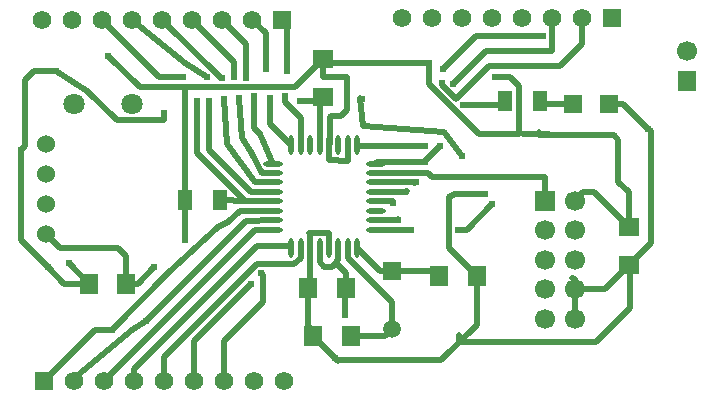
<source format=gtl>
G04 Layer: TopLayer*
G04 EasyEDA v6.5.22, 2023-04-01 07:59:08*
G04 7fe897ac635649ec9317f66c388b8081,f086b915ab1b43d4b1f8ac0bdbc02707,10*
G04 Gerber Generator version 0.2*
G04 Scale: 100 percent, Rotated: No, Reflected: No *
G04 Dimensions in millimeters *
G04 leading zeros omitted , absolute positions ,4 integer and 5 decimal *
%FSLAX45Y45*%
%MOMM*%

%AMMACRO1*21,1,$1,$2,0,0,$3*%
%ADD10C,0.5000*%
%ADD11MACRO1,1.728X1.485X90.0000*%
%ADD12R,1.6350X1.6000*%
%ADD13MACRO1,1.701X1.2075X90.0000*%
%ADD14MACRO1,1.728X1.485X0.0000*%
%ADD15R,1.7280X1.4850*%
%ADD16O,1.6500094X0.4500118*%
%ADD17O,0.4500118X1.6500094*%
%ADD18MACRO1,1.728X1.485X-90.0000*%
%ADD19MACRO1,1.701X1.2075X-90.0000*%
%ADD20C,1.8000*%
%ADD21R,1.5748X1.7000*%
%ADD22C,1.7000*%
%ADD23C,1.5240*%
%ADD24C,1.5748*%
%ADD25R,1.5748X1.5748*%
%ADD26R,1.5000X1.5000*%
%ADD27C,1.5000*%
%ADD28R,1.8000X1.7000*%
%ADD29C,0.6096*%
%ADD30C,0.0179*%

%LPD*%
D10*
X83057Y-1205484D02*
G01*
X-38100Y-1282700D01*
X-495300Y-1663700D01*
X-527557Y-1714500D01*
X2755900Y190500D02*
G01*
X2603500Y393700D01*
X1917700Y444500D01*
X1898142Y685800D01*
X4171442Y-730757D02*
G01*
X4184142Y-743457D01*
X4184142Y-1092200D01*
X3897376Y-1378960D01*
X2741676Y-1378960D01*
X234442Y558800D02*
G01*
X234442Y495300D01*
X-165100Y495300D01*
X-415544Y745744D01*
X-679957Y914400D01*
X-762000Y-469900D02*
G01*
X-647700Y-584200D01*
X-152400Y-584200D01*
X-82042Y-654557D01*
X-82042Y-889000D01*
X-749300Y-749300D02*
G01*
X-609600Y-889000D01*
X-400557Y-889000D01*
X-571500Y-717042D02*
G01*
X-400557Y-889000D01*
X152400Y-749300D02*
G01*
X12700Y-889000D01*
X-82042Y-889000D01*
X-977900Y241300D02*
G01*
X-939800Y279400D01*
X-939800Y838200D01*
X-863600Y914400D01*
X-679957Y914400D01*
X-749300Y-749300D02*
G01*
X-977900Y-520700D01*
X-977900Y241300D01*
X-977900Y241300D02*
G01*
X-977900Y241300D01*
X-952500Y266700D01*
X3712235Y-1185798D02*
G01*
X3712235Y-846914D01*
X3688842Y-838200D01*
X1059942Y-800100D02*
G01*
X1072642Y-812800D01*
X1072642Y-1041400D01*
X742442Y-1371600D01*
X742442Y-1714500D01*
X971042Y-889000D02*
G01*
X488442Y-1371600D01*
X488442Y-1714500D01*
X1155192Y-272392D02*
G01*
X876449Y-272392D01*
X780542Y-368300D01*
X691642Y-406400D01*
X272542Y-800100D01*
X-205879Y-1278521D01*
X-205994Y-1278636D02*
G01*
X-345694Y-1278636D01*
X-781557Y-1714500D01*
X1393342Y-589279D02*
G01*
X1393342Y-669899D01*
X1339342Y-723900D01*
X1021842Y-723900D01*
X234442Y-1511300D01*
X234442Y-1714500D01*
X1313334Y-589279D02*
G01*
X1295554Y-571500D01*
X1021842Y-571500D01*
X-19557Y-1612900D01*
X-19557Y-1714500D01*
X2031492Y-352297D02*
G01*
X2215642Y-352297D01*
X2215642Y-342900D01*
X2031492Y-432307D02*
G01*
X2329942Y-431800D01*
X1155192Y-352300D02*
G01*
X932942Y-355600D01*
X885332Y-403209D01*
X885332Y-403209D02*
G01*
X83162Y-1205379D01*
X1155192Y-432307D02*
G01*
X1008634Y-432307D01*
X-273557Y-1714500D01*
X-286257Y1346200D02*
G01*
X196342Y863600D01*
X399542Y863600D01*
X1497584Y-1333500D02*
G01*
X1682170Y-1518086D01*
X1682170Y-1518086D02*
G01*
X1707642Y-1543557D01*
X1720342Y-1536700D01*
X1783842Y-1536700D01*
X2583942Y-1536700D01*
X2882900Y-1237742D01*
X2882900Y-825500D01*
X2031492Y-112395D02*
G01*
X2277237Y-112395D01*
X2279142Y-114300D01*
X2291842Y-101600D01*
X3121868Y660400D02*
G01*
X3083768Y622300D01*
X2768600Y622300D01*
X4171442Y-235475D02*
G01*
X4171442Y-113284D01*
X4082542Y-24384D01*
X4082542Y330200D01*
X4044442Y368300D01*
X3409442Y368300D01*
X3409442Y393700D01*
X4171442Y-412242D02*
G01*
X4171442Y-235475D01*
X2882900Y-825500D02*
G01*
X2647442Y-590042D01*
X2647442Y-152400D01*
X2698242Y-127000D01*
X2952242Y-127000D01*
X2507742Y12700D02*
G01*
X3462248Y12700D01*
X3462248Y-185801D01*
X2031492Y47599D02*
G01*
X2472842Y47599D01*
X2507742Y12700D01*
X3417615Y660400D02*
G01*
X3443015Y635000D01*
X3696360Y635000D01*
X3015742Y-215900D02*
G01*
X2799842Y-431800D01*
X2723642Y-431800D01*
X2596642Y927100D02*
G01*
X2876042Y1206500D01*
X3441700Y1206500D01*
X2031492Y-192278D02*
G01*
X2177542Y-192278D01*
X2177542Y-203200D01*
X3523742Y1358900D02*
G01*
X3523742Y1079500D01*
X2685542Y800100D02*
G01*
X2964942Y1079500D01*
X3523742Y1079500D01*
X2031492Y-32512D02*
G01*
X2360930Y-32512D01*
X2368042Y-25400D01*
X2355342Y-38100D01*
X2444242Y139700D02*
G01*
X2444242Y152400D01*
X2571242Y279400D01*
X1580642Y1010157D02*
G01*
X1612900Y977900D01*
X2482342Y977900D01*
X3276264Y381000D02*
G01*
X3498590Y381000D01*
X1633220Y284479D02*
G01*
X1644142Y295147D01*
X1644142Y520700D01*
X1656842Y533400D01*
X1733042Y533400D01*
X1783842Y584200D01*
X1783842Y863600D01*
X1618742Y863600D01*
X1580642Y863600D01*
X1580642Y1010157D01*
X-235021Y1040963D02*
G01*
X31242Y774700D01*
X416811Y774700D01*
X-32257Y1346200D02*
G01*
X412242Y977900D01*
X602742Y863600D01*
X922489Y-191000D02*
G01*
X513842Y217647D01*
X513842Y660400D01*
X221742Y1346200D02*
G01*
X717042Y850900D01*
X729742Y850900D01*
X1155192Y-112521D02*
G01*
X969263Y-112521D01*
X615442Y241300D01*
X615442Y660400D01*
X1155192Y47599D02*
G01*
X1063142Y47599D01*
X971042Y228600D01*
X894842Y342900D01*
X869442Y685800D01*
X1155192Y-32410D02*
G01*
X1027531Y-32410D01*
X1009142Y-25400D01*
X767842Y292100D01*
X742442Y673100D01*
X475742Y1346200D02*
G01*
X831342Y990600D01*
X831342Y863600D01*
X1155192Y127507D02*
G01*
X1047242Y381000D01*
X996442Y431800D01*
X996442Y698500D01*
X1580642Y1010157D02*
G01*
X1345184Y774700D01*
X416813Y774700D01*
X416813Y-177800D01*
X729742Y1346200D02*
G01*
X932942Y1143000D01*
X932942Y850900D01*
X1237742Y1346200D02*
G01*
X1275842Y1308100D01*
X1275842Y914400D01*
X983742Y1346200D02*
G01*
X1098042Y1231900D01*
X1098042Y927100D01*
X1313332Y284479D02*
G01*
X1136142Y461670D01*
X1136142Y685800D01*
X1393444Y284479D02*
G01*
X1393444Y517397D01*
X1263142Y647700D01*
X1263142Y698500D01*
X1580642Y691642D02*
G01*
X1549400Y660400D01*
X1390142Y660400D01*
X416763Y-177800D02*
G01*
X412242Y-182321D01*
X412242Y-520700D01*
X1778000Y-927100D02*
G01*
X1771142Y-933957D01*
X1771142Y-1155700D01*
X2031492Y127607D02*
G01*
X2043584Y139700D01*
X2444242Y139700D01*
X1873349Y284479D02*
G01*
X1878429Y279400D01*
X2444242Y279400D01*
X2730500Y-1390142D02*
G01*
X2730500Y-1323621D01*
X3712232Y-185798D02*
G01*
X3783731Y-114300D01*
X3873500Y-114300D01*
X4171442Y-412242D01*
X4171442Y-730757D02*
G01*
X3966387Y-935812D01*
X3712232Y-935812D01*
X1155192Y-192278D02*
G01*
X922489Y-191000D01*
X922489Y-191000D02*
G01*
X831342Y-190500D01*
X818642Y-177800D01*
X712470Y-177800D01*
X2564383Y-825500D02*
G01*
X2523591Y-784707D01*
X2164842Y-784707D01*
X1459484Y-927100D02*
G01*
X1453642Y-932942D01*
X1453642Y-1244600D01*
X1497584Y-1288542D01*
X1497584Y-1333500D01*
X2164842Y-1272692D02*
G01*
X2104034Y-1333500D01*
X1816100Y-1333500D01*
X1793341Y-589279D02*
G01*
X1793341Y-669899D01*
X2164842Y-1041400D01*
X2164842Y-1272692D01*
X1873351Y-589279D02*
G01*
X2068779Y-784707D01*
X2164842Y-784707D01*
X1553337Y284479D02*
G01*
X1553337Y664337D01*
X1580642Y691642D01*
X1793239Y284479D02*
G01*
X1793239Y152400D01*
X1633220Y154178D01*
X1633220Y284479D01*
X1459484Y-927100D02*
G01*
X1473352Y-913231D01*
X1473352Y-589279D01*
X1633346Y-589279D02*
G01*
X1633346Y-457200D01*
X1466342Y-457200D01*
X1473352Y-464210D01*
X1473352Y-589279D01*
X1691010Y-715131D02*
G01*
X1778000Y-802121D01*
X1778000Y-927100D01*
X1593342Y-749300D02*
G01*
X1656842Y-749300D01*
X1713229Y-692912D01*
X1713229Y-589279D01*
X1553337Y-589279D02*
G01*
X1553337Y-709295D01*
X1593342Y-749300D01*
X4335424Y420217D02*
G01*
X4120642Y635000D01*
X3999839Y635000D01*
X4171442Y-730757D02*
G01*
X4356100Y-546100D01*
X4356100Y399542D01*
X4335424Y420217D01*
X2593848Y810005D02*
G01*
X2593848Y790194D01*
X2710942Y673100D01*
X2990342Y952500D01*
X3587242Y952500D01*
X3777742Y1143000D01*
X3777742Y1358900D01*
X3035300Y863600D02*
G01*
X3162300Y863600D01*
X3238500Y787400D01*
X3238500Y381000D01*
X2901442Y381000D01*
X2482342Y800100D01*
X2482342Y977900D01*
D11*
G01*
X-82049Y-889000D03*
G01*
X-400550Y-889000D03*
D12*
G01*
X3999839Y635000D03*
G01*
X3696360Y635000D03*
D13*
G01*
X3417618Y660400D03*
G01*
X3121865Y660400D03*
D11*
G01*
X1777992Y-927100D03*
G01*
X1459491Y-927100D03*
D14*
G01*
X1580642Y691649D03*
D15*
G01*
X1580642Y1010157D03*
D16*
G01*
X1155192Y-432409D03*
G01*
X1155192Y-352399D03*
G01*
X1155192Y-272389D03*
G01*
X1155192Y-192404D03*
G01*
X1155192Y-112395D03*
G01*
X1155192Y-32410D03*
G01*
X1155192Y47599D03*
G01*
X1155192Y127609D03*
D17*
G01*
X1313332Y284479D03*
G01*
X1393342Y284479D03*
G01*
X1473352Y284479D03*
G01*
X1553337Y284479D03*
G01*
X1633346Y284479D03*
G01*
X1713331Y284479D03*
G01*
X1793341Y284479D03*
G01*
X1873351Y284479D03*
D16*
G01*
X2031492Y127609D03*
G01*
X2031492Y47599D03*
G01*
X2031492Y-32410D03*
G01*
X2031492Y-112395D03*
G01*
X2031492Y-192404D03*
G01*
X2031492Y-272389D03*
G01*
X2031492Y-352399D03*
G01*
X2031492Y-432409D03*
D17*
G01*
X1873351Y-589279D03*
G01*
X1793341Y-589279D03*
G01*
X1713331Y-589279D03*
G01*
X1633346Y-589279D03*
G01*
X1553337Y-589279D03*
G01*
X1473352Y-589279D03*
G01*
X1393342Y-589279D03*
G01*
X1313332Y-589279D03*
D18*
G01*
X2564391Y-825500D03*
G01*
X2882892Y-825500D03*
D11*
G01*
X1816092Y-1333500D03*
G01*
X1497591Y-1333500D03*
D14*
G01*
X4171442Y-412249D03*
D15*
G01*
X4171442Y-730757D03*
D19*
G01*
X416765Y-177800D03*
G01*
X712518Y-177800D03*
D20*
G01*
X-523392Y635000D03*
G01*
X-35407Y635000D03*
D21*
G01*
X4660900Y825500D03*
D22*
G01*
X4660900Y1079500D03*
D23*
G01*
X-762000Y292100D03*
G01*
X-762000Y38100D03*
G01*
X-762000Y-215900D03*
G01*
X-762000Y-469900D03*
D24*
G01*
X1250442Y-1714500D03*
G01*
X996442Y-1714500D03*
G01*
X742442Y-1714500D03*
G01*
X488442Y-1714500D03*
G01*
X234442Y-1714500D03*
G01*
X-19557Y-1714500D03*
G01*
X-273557Y-1714500D03*
G01*
X-527557Y-1714500D03*
D25*
G01*
X-781557Y-1714500D03*
G01*
X4031742Y1358900D03*
D24*
G01*
X3777742Y1358900D03*
G01*
X3523742Y1358900D03*
G01*
X3269742Y1358900D03*
G01*
X3015742Y1358900D03*
G01*
X2761742Y1358900D03*
G01*
X2507742Y1358900D03*
G01*
X2253742Y1358900D03*
D26*
G01*
X2164842Y-784707D03*
D27*
G01*
X2164842Y-1272692D03*
D22*
G01*
X3712235Y-185801D03*
G01*
X3462248Y-435813D03*
G01*
X3712235Y-435813D03*
G01*
X3462248Y-685800D03*
G01*
X3712235Y-685800D03*
G01*
X3462248Y-935812D03*
G01*
X3712235Y-935812D03*
G01*
X3462248Y-1185798D03*
G01*
X3712235Y-1185798D03*
D28*
G01*
X3462248Y-185801D03*
D24*
G01*
X-794257Y1346200D03*
G01*
X-540257Y1346200D03*
G01*
X-286257Y1346200D03*
G01*
X-32257Y1346200D03*
G01*
X221742Y1346200D03*
G01*
X475742Y1346200D03*
G01*
X729742Y1346200D03*
G01*
X983742Y1346200D03*
D25*
G01*
X1237742Y1346200D03*
D29*
G01*
X2444242Y279400D03*
G01*
X2444242Y139700D03*
G01*
X3015742Y-215900D03*
G01*
X2723642Y-431800D03*
G01*
X922502Y-191007D03*
G01*
X1771142Y-1155700D03*
G01*
X412242Y-520700D03*
G01*
X2952242Y-127000D03*
G01*
X1390142Y660400D03*
G01*
X1910842Y673100D03*
G01*
X2755900Y190500D03*
G01*
X1275842Y914400D03*
G01*
X1098042Y927100D03*
G01*
X1136142Y685800D03*
G01*
X1263142Y698500D03*
G01*
X932942Y850900D03*
G01*
X996442Y698500D03*
G01*
X869442Y685800D03*
G01*
X831342Y863600D03*
G01*
X729742Y850900D03*
G01*
X742442Y673100D03*
G01*
X615442Y660400D03*
G01*
X602742Y863600D03*
G01*
X399542Y863600D03*
G01*
X513842Y660400D03*
G01*
X234442Y558800D03*
G01*
X-235026Y1040968D03*
G01*
X-679957Y914400D03*
G01*
X2482342Y977900D03*
G01*
X2571242Y279400D03*
G01*
X2368042Y-25400D03*
G01*
X2279142Y-114300D03*
G01*
X2177542Y-203200D03*
G01*
X2685542Y800100D03*
G01*
X2593924Y810082D03*
G01*
X2596642Y927100D03*
G01*
X3441700Y1206500D03*
G01*
X2768600Y622300D03*
G01*
X1682165Y-1518081D03*
G01*
X2215642Y-352297D03*
G01*
X2329942Y-431800D03*
G01*
X971042Y-889000D03*
G01*
X1059942Y-800100D03*
G01*
X83159Y-1205382D03*
G01*
X-205867Y-1278534D03*
G01*
X-749300Y-749300D03*
G01*
X-977900Y241300D03*
G01*
X152400Y-749300D03*
G01*
X-571500Y-717042D03*
G01*
X3035300Y863600D03*
G01*
X4335424Y420217D03*
G01*
X4171442Y-235483D03*
M02*

</source>
